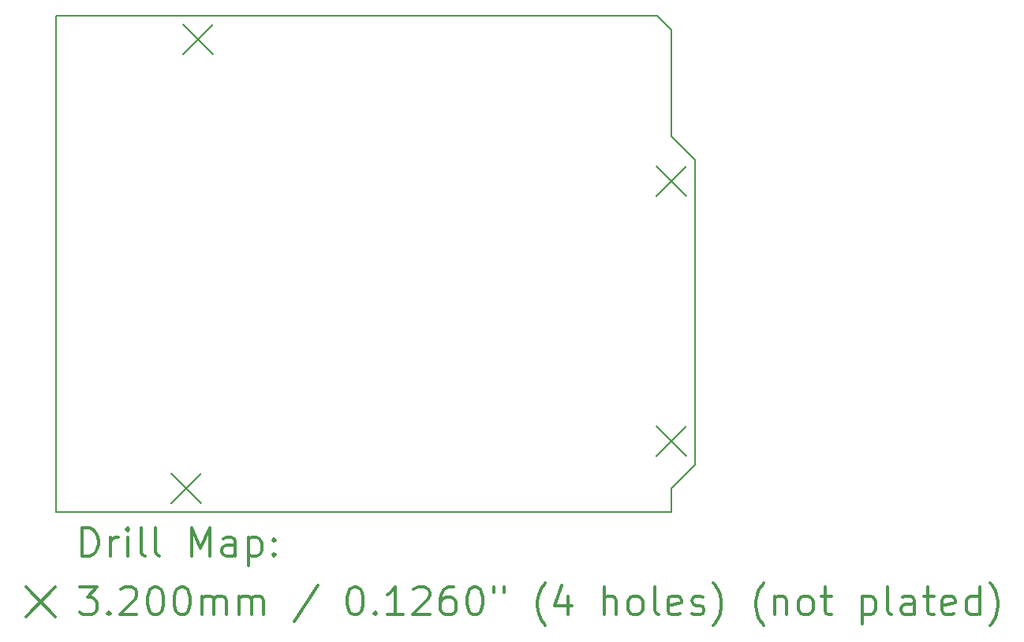
<source format=gbr>
%FSLAX45Y45*%
G04 Gerber Fmt 4.5, Leading zero omitted, Abs format (unit mm)*
G04 Created by KiCad (PCBNEW (5.1.10)-1) date 2021-10-08 21:44:05*
%MOMM*%
%LPD*%
G01*
G04 APERTURE LIST*
%TA.AperFunction,Profile*%
%ADD10C,0.150000*%
%TD*%
%ADD11C,0.200000*%
%ADD12C,0.300000*%
G04 APERTURE END LIST*
D10*
X12604000Y-2851400D02*
X12604000Y-1708400D01*
X12604000Y-1708400D02*
X12451600Y-1556000D01*
X12858000Y-3105400D02*
X12604000Y-2851400D01*
X12451600Y-1556000D02*
X6000000Y-1556000D01*
X6000000Y-1556000D02*
X6000000Y-6890000D01*
X12604000Y-6890000D02*
X12604000Y-6636000D01*
X6000000Y-6890000D02*
X12604000Y-6890000D01*
X12858000Y-6382000D02*
X12858000Y-3105400D01*
X12604000Y-6636000D02*
X12858000Y-6382000D01*
D11*
X7237000Y-6476000D02*
X7557000Y-6796000D01*
X7557000Y-6476000D02*
X7237000Y-6796000D01*
X7364000Y-1650000D02*
X7684000Y-1970000D01*
X7684000Y-1650000D02*
X7364000Y-1970000D01*
X12444000Y-3174000D02*
X12764000Y-3494000D01*
X12764000Y-3174000D02*
X12444000Y-3494000D01*
X12444000Y-5968000D02*
X12764000Y-6288000D01*
X12764000Y-5968000D02*
X12444000Y-6288000D01*
D12*
X6278928Y-7363214D02*
X6278928Y-7063214D01*
X6350357Y-7063214D01*
X6393214Y-7077500D01*
X6421786Y-7106071D01*
X6436071Y-7134643D01*
X6450357Y-7191786D01*
X6450357Y-7234643D01*
X6436071Y-7291786D01*
X6421786Y-7320357D01*
X6393214Y-7348929D01*
X6350357Y-7363214D01*
X6278928Y-7363214D01*
X6578928Y-7363214D02*
X6578928Y-7163214D01*
X6578928Y-7220357D02*
X6593214Y-7191786D01*
X6607500Y-7177500D01*
X6636071Y-7163214D01*
X6664643Y-7163214D01*
X6764643Y-7363214D02*
X6764643Y-7163214D01*
X6764643Y-7063214D02*
X6750357Y-7077500D01*
X6764643Y-7091786D01*
X6778928Y-7077500D01*
X6764643Y-7063214D01*
X6764643Y-7091786D01*
X6950357Y-7363214D02*
X6921786Y-7348929D01*
X6907500Y-7320357D01*
X6907500Y-7063214D01*
X7107500Y-7363214D02*
X7078928Y-7348929D01*
X7064643Y-7320357D01*
X7064643Y-7063214D01*
X7450357Y-7363214D02*
X7450357Y-7063214D01*
X7550357Y-7277500D01*
X7650357Y-7063214D01*
X7650357Y-7363214D01*
X7921786Y-7363214D02*
X7921786Y-7206071D01*
X7907500Y-7177500D01*
X7878928Y-7163214D01*
X7821786Y-7163214D01*
X7793214Y-7177500D01*
X7921786Y-7348929D02*
X7893214Y-7363214D01*
X7821786Y-7363214D01*
X7793214Y-7348929D01*
X7778928Y-7320357D01*
X7778928Y-7291786D01*
X7793214Y-7263214D01*
X7821786Y-7248929D01*
X7893214Y-7248929D01*
X7921786Y-7234643D01*
X8064643Y-7163214D02*
X8064643Y-7463214D01*
X8064643Y-7177500D02*
X8093214Y-7163214D01*
X8150357Y-7163214D01*
X8178928Y-7177500D01*
X8193214Y-7191786D01*
X8207500Y-7220357D01*
X8207500Y-7306071D01*
X8193214Y-7334643D01*
X8178928Y-7348929D01*
X8150357Y-7363214D01*
X8093214Y-7363214D01*
X8064643Y-7348929D01*
X8336071Y-7334643D02*
X8350357Y-7348929D01*
X8336071Y-7363214D01*
X8321786Y-7348929D01*
X8336071Y-7334643D01*
X8336071Y-7363214D01*
X8336071Y-7177500D02*
X8350357Y-7191786D01*
X8336071Y-7206071D01*
X8321786Y-7191786D01*
X8336071Y-7177500D01*
X8336071Y-7206071D01*
X5672500Y-7697500D02*
X5992500Y-8017500D01*
X5992500Y-7697500D02*
X5672500Y-8017500D01*
X6250357Y-7693214D02*
X6436071Y-7693214D01*
X6336071Y-7807500D01*
X6378928Y-7807500D01*
X6407500Y-7821786D01*
X6421786Y-7836071D01*
X6436071Y-7864643D01*
X6436071Y-7936071D01*
X6421786Y-7964643D01*
X6407500Y-7978929D01*
X6378928Y-7993214D01*
X6293214Y-7993214D01*
X6264643Y-7978929D01*
X6250357Y-7964643D01*
X6564643Y-7964643D02*
X6578928Y-7978929D01*
X6564643Y-7993214D01*
X6550357Y-7978929D01*
X6564643Y-7964643D01*
X6564643Y-7993214D01*
X6693214Y-7721786D02*
X6707500Y-7707500D01*
X6736071Y-7693214D01*
X6807500Y-7693214D01*
X6836071Y-7707500D01*
X6850357Y-7721786D01*
X6864643Y-7750357D01*
X6864643Y-7778929D01*
X6850357Y-7821786D01*
X6678928Y-7993214D01*
X6864643Y-7993214D01*
X7050357Y-7693214D02*
X7078928Y-7693214D01*
X7107500Y-7707500D01*
X7121786Y-7721786D01*
X7136071Y-7750357D01*
X7150357Y-7807500D01*
X7150357Y-7878929D01*
X7136071Y-7936071D01*
X7121786Y-7964643D01*
X7107500Y-7978929D01*
X7078928Y-7993214D01*
X7050357Y-7993214D01*
X7021786Y-7978929D01*
X7007500Y-7964643D01*
X6993214Y-7936071D01*
X6978928Y-7878929D01*
X6978928Y-7807500D01*
X6993214Y-7750357D01*
X7007500Y-7721786D01*
X7021786Y-7707500D01*
X7050357Y-7693214D01*
X7336071Y-7693214D02*
X7364643Y-7693214D01*
X7393214Y-7707500D01*
X7407500Y-7721786D01*
X7421786Y-7750357D01*
X7436071Y-7807500D01*
X7436071Y-7878929D01*
X7421786Y-7936071D01*
X7407500Y-7964643D01*
X7393214Y-7978929D01*
X7364643Y-7993214D01*
X7336071Y-7993214D01*
X7307500Y-7978929D01*
X7293214Y-7964643D01*
X7278928Y-7936071D01*
X7264643Y-7878929D01*
X7264643Y-7807500D01*
X7278928Y-7750357D01*
X7293214Y-7721786D01*
X7307500Y-7707500D01*
X7336071Y-7693214D01*
X7564643Y-7993214D02*
X7564643Y-7793214D01*
X7564643Y-7821786D02*
X7578928Y-7807500D01*
X7607500Y-7793214D01*
X7650357Y-7793214D01*
X7678928Y-7807500D01*
X7693214Y-7836071D01*
X7693214Y-7993214D01*
X7693214Y-7836071D02*
X7707500Y-7807500D01*
X7736071Y-7793214D01*
X7778928Y-7793214D01*
X7807500Y-7807500D01*
X7821786Y-7836071D01*
X7821786Y-7993214D01*
X7964643Y-7993214D02*
X7964643Y-7793214D01*
X7964643Y-7821786D02*
X7978928Y-7807500D01*
X8007500Y-7793214D01*
X8050357Y-7793214D01*
X8078928Y-7807500D01*
X8093214Y-7836071D01*
X8093214Y-7993214D01*
X8093214Y-7836071D02*
X8107500Y-7807500D01*
X8136071Y-7793214D01*
X8178928Y-7793214D01*
X8207500Y-7807500D01*
X8221786Y-7836071D01*
X8221786Y-7993214D01*
X8807500Y-7678929D02*
X8550357Y-8064643D01*
X9193214Y-7693214D02*
X9221786Y-7693214D01*
X9250357Y-7707500D01*
X9264643Y-7721786D01*
X9278928Y-7750357D01*
X9293214Y-7807500D01*
X9293214Y-7878929D01*
X9278928Y-7936071D01*
X9264643Y-7964643D01*
X9250357Y-7978929D01*
X9221786Y-7993214D01*
X9193214Y-7993214D01*
X9164643Y-7978929D01*
X9150357Y-7964643D01*
X9136071Y-7936071D01*
X9121786Y-7878929D01*
X9121786Y-7807500D01*
X9136071Y-7750357D01*
X9150357Y-7721786D01*
X9164643Y-7707500D01*
X9193214Y-7693214D01*
X9421786Y-7964643D02*
X9436071Y-7978929D01*
X9421786Y-7993214D01*
X9407500Y-7978929D01*
X9421786Y-7964643D01*
X9421786Y-7993214D01*
X9721786Y-7993214D02*
X9550357Y-7993214D01*
X9636071Y-7993214D02*
X9636071Y-7693214D01*
X9607500Y-7736071D01*
X9578928Y-7764643D01*
X9550357Y-7778929D01*
X9836071Y-7721786D02*
X9850357Y-7707500D01*
X9878928Y-7693214D01*
X9950357Y-7693214D01*
X9978928Y-7707500D01*
X9993214Y-7721786D01*
X10007500Y-7750357D01*
X10007500Y-7778929D01*
X9993214Y-7821786D01*
X9821786Y-7993214D01*
X10007500Y-7993214D01*
X10264643Y-7693214D02*
X10207500Y-7693214D01*
X10178928Y-7707500D01*
X10164643Y-7721786D01*
X10136071Y-7764643D01*
X10121786Y-7821786D01*
X10121786Y-7936071D01*
X10136071Y-7964643D01*
X10150357Y-7978929D01*
X10178928Y-7993214D01*
X10236071Y-7993214D01*
X10264643Y-7978929D01*
X10278928Y-7964643D01*
X10293214Y-7936071D01*
X10293214Y-7864643D01*
X10278928Y-7836071D01*
X10264643Y-7821786D01*
X10236071Y-7807500D01*
X10178928Y-7807500D01*
X10150357Y-7821786D01*
X10136071Y-7836071D01*
X10121786Y-7864643D01*
X10478928Y-7693214D02*
X10507500Y-7693214D01*
X10536071Y-7707500D01*
X10550357Y-7721786D01*
X10564643Y-7750357D01*
X10578928Y-7807500D01*
X10578928Y-7878929D01*
X10564643Y-7936071D01*
X10550357Y-7964643D01*
X10536071Y-7978929D01*
X10507500Y-7993214D01*
X10478928Y-7993214D01*
X10450357Y-7978929D01*
X10436071Y-7964643D01*
X10421786Y-7936071D01*
X10407500Y-7878929D01*
X10407500Y-7807500D01*
X10421786Y-7750357D01*
X10436071Y-7721786D01*
X10450357Y-7707500D01*
X10478928Y-7693214D01*
X10693214Y-7693214D02*
X10693214Y-7750357D01*
X10807500Y-7693214D02*
X10807500Y-7750357D01*
X11250357Y-8107500D02*
X11236071Y-8093214D01*
X11207500Y-8050357D01*
X11193214Y-8021786D01*
X11178928Y-7978929D01*
X11164643Y-7907500D01*
X11164643Y-7850357D01*
X11178928Y-7778929D01*
X11193214Y-7736071D01*
X11207500Y-7707500D01*
X11236071Y-7664643D01*
X11250357Y-7650357D01*
X11493214Y-7793214D02*
X11493214Y-7993214D01*
X11421786Y-7678929D02*
X11350357Y-7893214D01*
X11536071Y-7893214D01*
X11878928Y-7993214D02*
X11878928Y-7693214D01*
X12007500Y-7993214D02*
X12007500Y-7836071D01*
X11993214Y-7807500D01*
X11964643Y-7793214D01*
X11921786Y-7793214D01*
X11893214Y-7807500D01*
X11878928Y-7821786D01*
X12193214Y-7993214D02*
X12164643Y-7978929D01*
X12150357Y-7964643D01*
X12136071Y-7936071D01*
X12136071Y-7850357D01*
X12150357Y-7821786D01*
X12164643Y-7807500D01*
X12193214Y-7793214D01*
X12236071Y-7793214D01*
X12264643Y-7807500D01*
X12278928Y-7821786D01*
X12293214Y-7850357D01*
X12293214Y-7936071D01*
X12278928Y-7964643D01*
X12264643Y-7978929D01*
X12236071Y-7993214D01*
X12193214Y-7993214D01*
X12464643Y-7993214D02*
X12436071Y-7978929D01*
X12421786Y-7950357D01*
X12421786Y-7693214D01*
X12693214Y-7978929D02*
X12664643Y-7993214D01*
X12607500Y-7993214D01*
X12578928Y-7978929D01*
X12564643Y-7950357D01*
X12564643Y-7836071D01*
X12578928Y-7807500D01*
X12607500Y-7793214D01*
X12664643Y-7793214D01*
X12693214Y-7807500D01*
X12707500Y-7836071D01*
X12707500Y-7864643D01*
X12564643Y-7893214D01*
X12821786Y-7978929D02*
X12850357Y-7993214D01*
X12907500Y-7993214D01*
X12936071Y-7978929D01*
X12950357Y-7950357D01*
X12950357Y-7936071D01*
X12936071Y-7907500D01*
X12907500Y-7893214D01*
X12864643Y-7893214D01*
X12836071Y-7878929D01*
X12821786Y-7850357D01*
X12821786Y-7836071D01*
X12836071Y-7807500D01*
X12864643Y-7793214D01*
X12907500Y-7793214D01*
X12936071Y-7807500D01*
X13050357Y-8107500D02*
X13064643Y-8093214D01*
X13093214Y-8050357D01*
X13107500Y-8021786D01*
X13121786Y-7978929D01*
X13136071Y-7907500D01*
X13136071Y-7850357D01*
X13121786Y-7778929D01*
X13107500Y-7736071D01*
X13093214Y-7707500D01*
X13064643Y-7664643D01*
X13050357Y-7650357D01*
X13593214Y-8107500D02*
X13578928Y-8093214D01*
X13550357Y-8050357D01*
X13536071Y-8021786D01*
X13521786Y-7978929D01*
X13507500Y-7907500D01*
X13507500Y-7850357D01*
X13521786Y-7778929D01*
X13536071Y-7736071D01*
X13550357Y-7707500D01*
X13578928Y-7664643D01*
X13593214Y-7650357D01*
X13707500Y-7793214D02*
X13707500Y-7993214D01*
X13707500Y-7821786D02*
X13721786Y-7807500D01*
X13750357Y-7793214D01*
X13793214Y-7793214D01*
X13821786Y-7807500D01*
X13836071Y-7836071D01*
X13836071Y-7993214D01*
X14021786Y-7993214D02*
X13993214Y-7978929D01*
X13978928Y-7964643D01*
X13964643Y-7936071D01*
X13964643Y-7850357D01*
X13978928Y-7821786D01*
X13993214Y-7807500D01*
X14021786Y-7793214D01*
X14064643Y-7793214D01*
X14093214Y-7807500D01*
X14107500Y-7821786D01*
X14121786Y-7850357D01*
X14121786Y-7936071D01*
X14107500Y-7964643D01*
X14093214Y-7978929D01*
X14064643Y-7993214D01*
X14021786Y-7993214D01*
X14207500Y-7793214D02*
X14321786Y-7793214D01*
X14250357Y-7693214D02*
X14250357Y-7950357D01*
X14264643Y-7978929D01*
X14293214Y-7993214D01*
X14321786Y-7993214D01*
X14650357Y-7793214D02*
X14650357Y-8093214D01*
X14650357Y-7807500D02*
X14678928Y-7793214D01*
X14736071Y-7793214D01*
X14764643Y-7807500D01*
X14778928Y-7821786D01*
X14793214Y-7850357D01*
X14793214Y-7936071D01*
X14778928Y-7964643D01*
X14764643Y-7978929D01*
X14736071Y-7993214D01*
X14678928Y-7993214D01*
X14650357Y-7978929D01*
X14964643Y-7993214D02*
X14936071Y-7978929D01*
X14921786Y-7950357D01*
X14921786Y-7693214D01*
X15207500Y-7993214D02*
X15207500Y-7836071D01*
X15193214Y-7807500D01*
X15164643Y-7793214D01*
X15107500Y-7793214D01*
X15078928Y-7807500D01*
X15207500Y-7978929D02*
X15178928Y-7993214D01*
X15107500Y-7993214D01*
X15078928Y-7978929D01*
X15064643Y-7950357D01*
X15064643Y-7921786D01*
X15078928Y-7893214D01*
X15107500Y-7878929D01*
X15178928Y-7878929D01*
X15207500Y-7864643D01*
X15307500Y-7793214D02*
X15421786Y-7793214D01*
X15350357Y-7693214D02*
X15350357Y-7950357D01*
X15364643Y-7978929D01*
X15393214Y-7993214D01*
X15421786Y-7993214D01*
X15636071Y-7978929D02*
X15607500Y-7993214D01*
X15550357Y-7993214D01*
X15521786Y-7978929D01*
X15507500Y-7950357D01*
X15507500Y-7836071D01*
X15521786Y-7807500D01*
X15550357Y-7793214D01*
X15607500Y-7793214D01*
X15636071Y-7807500D01*
X15650357Y-7836071D01*
X15650357Y-7864643D01*
X15507500Y-7893214D01*
X15907500Y-7993214D02*
X15907500Y-7693214D01*
X15907500Y-7978929D02*
X15878928Y-7993214D01*
X15821786Y-7993214D01*
X15793214Y-7978929D01*
X15778928Y-7964643D01*
X15764643Y-7936071D01*
X15764643Y-7850357D01*
X15778928Y-7821786D01*
X15793214Y-7807500D01*
X15821786Y-7793214D01*
X15878928Y-7793214D01*
X15907500Y-7807500D01*
X16021786Y-8107500D02*
X16036071Y-8093214D01*
X16064643Y-8050357D01*
X16078928Y-8021786D01*
X16093214Y-7978929D01*
X16107500Y-7907500D01*
X16107500Y-7850357D01*
X16093214Y-7778929D01*
X16078928Y-7736071D01*
X16064643Y-7707500D01*
X16036071Y-7664643D01*
X16021786Y-7650357D01*
M02*

</source>
